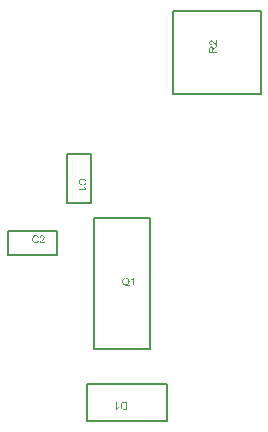
<source format=gbr>
%FSTAX23Y23*%
%MOIN*%
%SFA1B1*%

%IPPOS*%
%ADD11C,0.007874*%
%LNpcb1_top_assembly-1*%
%LPD*%
G36*
X03252Y03955D02*
X03252D01*
X03253*
X03253*
X03254*
X03255Y03955*
X03255*
X03256Y03955*
X03256*
X03257Y03954*
X03257Y03954*
X03258*
Y03953*
X03258*
X03259Y03953*
X03259Y03953*
X03259Y03952*
Y03952*
X0326Y03951*
X0326Y03951*
X03261Y03951*
Y0395*
X03261Y0395*
X03261Y03949*
Y03948*
X03258Y03948*
Y03948*
X03258Y03948*
X03257Y03949*
X03257Y0395*
X03257Y0395*
X03256Y03951*
X03256*
X03255Y03951*
X03255Y03952*
X03255Y03952*
X03254*
X03253Y03953*
X03252*
X03251*
X03251*
X03251*
X0325*
X0325*
X0325*
X03249Y03952*
X03248*
X03247Y03952*
X03247Y03951*
X03246*
Y03951*
X03246*
Y03951*
X03246Y0395*
X03245Y0395*
X03244Y03949*
X03244Y03948*
X03244Y03948*
Y03947*
Y03947*
Y03946*
X03243Y03946*
Y03945*
Y03944*
X03243Y03944*
Y03943*
Y03942*
Y03942*
X03243Y03942*
Y03941*
Y03941*
Y0394*
Y03939*
X03244Y03938*
X03244Y03937*
Y03937*
Y03937*
X03244Y03936*
X03245Y03936*
X03245Y03935*
X03246Y03935*
X03246Y03934*
X03247Y03933*
X03247*
X03248*
X03248Y03933*
X03249Y03933*
X0325*
X0325*
X03251Y03932*
X03251*
Y03933*
X03252*
X03252*
X03253*
X03253*
X03254Y03933*
X03255Y03933*
X03255*
X03255Y03934*
X03256Y03934*
X03256*
Y03935*
X03257*
Y03935*
X03257Y03935*
X03257Y03936*
Y03936*
X03258Y03937*
X03258Y03937*
Y03938*
Y03938*
X03259Y03939*
X03262Y03938*
Y03938*
Y03937*
Y03937*
X03261Y03937*
Y03936*
X03261Y03936*
Y03935*
X03261Y03935*
X0326Y03934*
X0326Y03933*
X03259Y03933*
X03259Y03933*
X03259Y03932*
X03258Y03932*
X03258Y03931*
X03257*
Y03931*
X03257*
X03257Y03931*
X03256*
X03256Y0393*
X03255*
X03255Y0393*
X03254*
X03253*
X03253Y03929*
X03252*
X03251*
X03251*
X03251*
X0325*
X0325*
X0325Y0393*
X03249*
X03248*
X03247Y0393*
X03246*
X03246Y03931*
X03245Y03931*
X03245*
Y03931*
X03244*
X03244Y03932*
X03244Y03932*
X03243Y03933*
X03243*
Y03933*
X03242Y03933*
X03242Y03934*
X03242Y03935*
X03241Y03935*
Y03935*
X03241Y03936*
X0324Y03937*
Y03937*
Y03937*
Y03938*
X0324Y03938*
Y03938*
Y03939*
X0324Y0394*
Y0394*
Y03941*
Y03943*
Y03943*
Y03944*
Y03944*
Y03944*
Y03945*
Y03946*
X0324Y03946*
Y03947*
X0324Y03948*
X03241Y03949*
Y0395*
X03241Y0395*
Y0395*
X03242Y03951*
X03242Y03951*
X03243Y03952*
X03244Y03953*
X03244Y03953*
X03245Y03954*
X03245Y03954*
X03246*
X03246*
X03246Y03955*
X03247*
X03247Y03955*
X03248*
X03248*
X03249Y03955*
X0325*
X03251*
X03252*
G37*
G36*
X03274D02*
X03274Y03955D01*
X03274*
X03275*
X03275*
X03276Y03955*
X03276*
X03277Y03954*
X03277*
X03278Y03954*
X03278Y03953*
X03279Y03953*
X03279*
X03279Y03953*
Y03952*
X0328Y03952*
X0328Y03951*
Y03951*
X03281Y0395*
Y0395*
Y0395*
X03281Y03949*
Y03948*
Y03948*
Y03948*
Y03947*
X03281Y03947*
Y03946*
Y03946*
X0328Y03945*
X0328Y03945*
Y03944*
X03279Y03944*
X03279Y03943*
X03279Y03943*
X03278Y03942*
X03278*
Y03942*
X03277*
Y03941*
X03277Y03941*
X03277*
X03276Y0394*
X03276Y0394*
X03275Y0394*
X03275Y03939*
X03275Y03939*
X03274Y03938*
X03274Y03938*
X03273*
Y03937*
X03273*
X03272Y03937*
X03272Y03937*
X03271Y03936*
X03271Y03935*
X0327*
Y03935*
X0327Y03935*
X0327*
Y03934*
X03269*
Y03934*
X03269Y03933*
X03268Y03933*
X03281*
Y0393*
X03264*
Y0393*
Y03931*
X03264Y03931*
Y03931*
Y03932*
Y03932*
X03265*
Y03933*
X03265Y03933*
Y03934*
X03266Y03934*
X03266Y03935*
X03266Y03935*
X03267*
Y03936*
X03267Y03936*
X03268Y03937*
X03268Y03937*
X03269Y03938*
X0327Y03938*
X03271Y03939*
X03271Y0394*
X03272Y0394*
X03272Y0394*
X03272Y03941*
X03273Y03941*
X03274Y03942*
X03275Y03943*
X03275Y03943*
X03275Y03944*
X03276Y03944*
X03276Y03945*
X03277Y03945*
X03277Y03946*
Y03946*
X03277Y03947*
Y03948*
X03278Y03948*
Y03948*
Y03949*
X03277Y03949*
Y0395*
Y0395*
X03277Y0395*
X03277Y03951*
X03276Y03951*
X03276Y03952*
X03275Y03952*
X03275*
X03274Y03953*
X03274*
X03273*
X03272*
X03272*
X03272*
X03271Y03952*
X0327*
X0327Y03952*
X03269Y03951*
Y03951*
X03269Y03951*
Y0395*
X03268Y0395*
X03268Y03949*
Y03948*
Y03948*
X03265Y03948*
Y03948*
Y03949*
Y03949*
X03265Y0395*
Y0395*
X03266Y03951*
Y03951*
X03266Y03952*
Y03952*
X03266Y03953*
X03267Y03953*
X03267Y03953*
X03268*
Y03954*
X03268*
X03268Y03954*
X03269*
X03269Y03955*
X0327*
X0327Y03955*
X03271*
X03271*
X03272*
X03272Y03955*
X03273*
X03274*
G37*
G36*
X03855Y04588D02*
D01*
X03854*
X03854*
X03853Y04588*
X03853*
X03853*
X03852*
Y04589*
X03852*
X03851*
X03851Y04589*
X0385Y0459*
X0385Y0459*
X03849Y0459*
Y04591*
X03849*
X03848Y04591*
X03848Y04592*
X03848Y04592*
X03847Y04593*
X03846Y04594*
X03845Y04595*
X03845Y04595*
X03844Y04596*
X03844Y04596*
X03844Y04596*
X03843Y04597*
X03842Y04598*
X03842Y04599*
X03841Y04599*
X0384Y046*
X0384Y046*
X0384Y046*
X03839Y04601*
X03838Y04601*
X03838*
X03837Y04601*
X03837*
X03837Y04602*
X03836*
X03836Y04601*
X03835*
X03835*
X03835*
X03834Y04601*
X03833Y04601*
X03833Y046*
X03833Y046*
X03832Y046*
Y04599*
X03832Y04598*
Y04598*
Y04597*
Y04596*
Y04596*
Y04596*
X03832Y04595*
Y04594*
X03833Y04594*
X03833Y04593*
X03833*
X03834Y04593*
X03834*
X03835Y04592*
X03835Y04592*
X03836*
X03837*
X03837Y04589*
X03836*
X03836*
X03835*
X03835Y04589*
X03835*
X03834Y0459*
X03833*
X03833Y0459*
X03832*
X03832Y0459*
X03831Y04591*
X03831Y04591*
Y04592*
X03831*
Y04592*
X0383Y04592*
Y04593*
X0383Y04593*
Y04594*
X03829Y04594*
Y04594*
Y04595*
Y04596*
X03829Y04596*
Y04597*
Y04598*
X03829Y04598*
Y04598*
Y04599*
Y04599*
X0383Y046*
Y046*
X0383Y04601*
Y04601*
X03831Y04602*
X03831Y04602*
X03831Y04603*
Y04603*
X03832*
X03832Y04603*
X03833Y04604*
X03833*
X03833Y04604*
X03834Y04605*
X03835*
X03835*
X03836Y04605*
X03836*
X03837*
X03837*
X03837Y04605*
X03838*
X03838*
X03838*
X03839Y04604*
X0384Y04604*
X0384*
X0384Y04603*
X03841Y04603*
X03842Y04603*
X03842Y04602*
Y04602*
X03843*
Y04601*
X03843*
X03844Y04601*
Y04601*
X03844Y046*
X03844Y046*
X03845Y046*
X03845Y04599*
X03846Y04599*
X03846Y04598*
X03847Y04598*
Y04597*
X03847Y04597*
X03848Y04596*
X03848Y04596*
X03848Y04595*
X03849Y04595*
Y04594*
X0385*
X0385Y04594*
Y04594*
X0385*
Y04593*
X03851*
X03851Y04593*
X03851Y04592*
Y04605*
X03855*
Y04588*
G37*
G36*
Y04583D02*
X03849Y04579D01*
X03849*
X03848Y04579*
X03848Y04578*
X03848Y04578*
X03847Y04577*
X03846Y04577*
X03846Y04577*
X03846*
Y04576*
X03845*
X03845Y04576*
Y04575*
X03844*
X03844Y04575*
Y04575*
X03844Y04574*
Y04574*
X03843Y04573*
Y04573*
Y04572*
Y04568*
X03855*
Y04564*
X03829*
Y04576*
Y04577*
Y04577*
Y04577*
Y04578*
Y04579*
X0383Y0458*
Y04581*
Y04581*
X0383*
Y04581*
X03831Y04582*
X03831Y04582*
X03831Y04583*
X03832Y04583*
X03833Y04584*
X03833Y04584*
X03833*
X03834Y04585*
X03835*
X03835*
X03836*
X03837*
X03837*
X03837*
X03838*
X03838Y04584*
X03839*
X0384Y04584*
X0384Y04583*
X0384*
X03841Y04583*
Y04583*
X03841*
Y04582*
X03842Y04582*
X03842Y04581*
Y04581*
X03842Y04581*
Y0458*
X03843Y04579*
Y04579*
Y04578*
X03843Y04577*
Y04578*
X03844Y04578*
X03844Y04579*
Y04579*
X03844*
Y0458*
X03845Y0458*
X03845Y04581*
X03846Y04581*
X03846Y04581*
X03847Y04582*
X03848Y04582*
X03855Y04587*
Y04583*
G37*
G36*
X03555Y03374D02*
X03545D01*
X03545*
X03544*
X03544*
X03543*
X03542Y03375*
X03541*
X03541*
X0354Y03375*
X0354*
X0354Y03375*
X03539*
X03538Y03376*
X03538Y03377*
X03537*
Y03377*
X03537*
Y03377*
X03537*
X03536Y03378*
X03536Y03379*
X03535Y0338*
X03535Y03381*
Y03381*
Y03381*
X03534Y03382*
Y03382*
Y03383*
Y03383*
Y03383*
X03534Y03384*
Y03385*
Y03386*
Y03387*
Y03387*
Y03388*
Y03388*
Y03388*
Y03389*
Y0339*
X03534Y03391*
Y03392*
X03535*
Y03392*
Y03393*
X03535Y03393*
Y03394*
X03535Y03394*
X03536Y03395*
X03536Y03396*
Y03396*
X03537*
X03537Y03396*
Y03397*
X03537Y03397*
X03538Y03398*
X03538Y03398*
X03539Y03398*
X03539*
X0354*
X0354Y03399*
X03541Y03399*
X03541*
X03542*
X03542*
X03542*
X03543Y034*
X03544*
X03545*
X03546*
X03555*
Y03374*
G37*
G36*
X03522Y0338D02*
X03522D01*
X03522Y0338*
Y03381*
X03523*
X03524Y03381*
X03524Y03381*
X03525Y03382*
Y03382*
X03525*
X03525*
X03526Y03383*
X03526Y03383*
X03527*
X03527Y03383*
X03528*
Y03381*
Y0338*
X03527*
X03527*
X03526Y0338*
X03526Y03379*
X03525Y03379*
X03524Y03378*
X03524Y03377*
X03523*
X03523Y03377*
X03522Y03377*
X03522Y03376*
X03522Y03375*
X03521Y03375*
X03521Y03374*
X03519*
Y034*
X03522*
Y0338*
G37*
G36*
X03409Y04144D02*
D01*
X03409*
X0341*
X0341*
X03411*
X03411Y04144*
X03412*
X03413Y04144*
X03414Y04143*
X03414*
Y04143*
X03415*
X03415*
Y04142*
X03416*
X03416Y04142*
X03416*
X03417Y04141*
X03418Y0414*
X03418Y0414*
X03419Y04139*
X03419Y04139*
Y04138*
Y04138*
X0342*
Y04138*
Y04137*
X0342Y04137*
Y04137*
Y04136*
X0342Y04135*
Y04134*
X03421Y04133*
Y04132*
X0342Y04132*
Y04131*
Y04131*
Y0413*
X0342Y04129*
Y04129*
X0342Y04128*
Y04128*
X03419Y04127*
X03419Y04127*
Y04126*
X03418*
Y04126*
X03418Y04125*
X03418Y04125*
X03417Y04125*
X03417Y04124*
X03416*
X03416Y04124*
X03416Y04124*
X03415Y04123*
X03414*
X03414Y04123*
X03413*
X03412Y04126*
X03413*
X03413Y04126*
X03414Y04127*
X03414Y04127*
X03415Y04127*
X03416Y04128*
Y04128*
X03416*
Y04129*
X03417*
Y04129*
X03417Y04129*
Y0413*
X03418Y04131*
Y04132*
Y04133*
Y04133*
Y04133*
Y04134*
Y04134*
Y04135*
X03417Y04135*
Y04136*
X03417Y04137*
X03416Y04137*
Y04138*
X03416*
X03416Y04138*
X03415Y04138*
X03415Y04139*
X03414Y0414*
X03413Y0414*
X03412Y0414*
X03412*
X03412*
X03411*
X03411Y04141*
X03411*
X03409*
X03409*
X03408Y04141*
X03407*
X03407Y04141*
X03407*
X03406*
X03406*
X03405*
X03404*
X03403Y0414*
X03402Y0414*
X03402*
X03401Y0414*
X03401Y04139*
X034Y04139*
X034Y04138*
X03399Y04138*
X03399Y04137*
X03398*
Y04137*
Y04137*
X03398Y04136*
X03398Y04135*
Y04135*
Y04134*
Y04133*
Y04133*
Y04132*
Y04132*
Y04131*
X03398Y04131*
Y0413*
X03398Y04129*
Y04129*
X03399Y04129*
X03399Y04128*
Y04128*
X034*
Y04127*
X034*
X034Y04127*
X03401Y04127*
X03401Y04126*
X03401*
X03402Y04126*
X03403*
X03403Y04125*
X03404*
X03403Y04122*
X03403*
X03402*
X03402*
X03401Y04123*
X03401*
X03401Y04123*
X034*
X034Y04124*
X03399Y04124*
X03399Y04124*
X03398Y04125*
X03398Y04125*
X03397Y04125*
X03397Y04126*
X03396Y04126*
X03396Y04127*
Y04127*
Y04127*
X03396Y04128*
X03395Y04128*
Y04129*
Y04129*
X03395Y0413*
Y04131*
Y04131*
X03394Y04132*
Y04133*
Y04133*
Y04133*
Y04134*
X03395Y04134*
Y04135*
Y04135*
Y04136*
X03395Y04137*
X03396Y04138*
Y04138*
X03396Y04139*
Y04139*
X03396*
Y0414*
X03397Y0414*
X03397Y0414*
X03398Y04141*
Y04141*
X03398*
X03398Y04142*
X03399Y04142*
X034Y04142*
X034Y04143*
X034*
X03401Y04143*
X03401*
X03402Y04144*
X03402*
X03403*
X03403Y04144*
X03403*
X03404*
X03405Y04144*
X03405*
X03407*
X03408*
X03408*
X03409*
G37*
G36*
X03414Y04117D02*
D01*
Y04116*
X03414Y04116*
X03415Y04115*
X03415Y04115*
X03416Y04114*
X03416Y04113*
X03417Y04112*
X03417Y04112*
X03418Y04112*
X03418Y04111*
X03418Y04111*
X03419Y04111*
X0342Y0411*
X0342Y0411*
Y04108*
X03395*
Y04111*
X03414*
X03414Y04111*
Y04112*
X03414Y04112*
X03413Y04112*
X03413Y04113*
X03412Y04114*
Y04114*
X03412Y04114*
Y04115*
X03412Y04115*
X03411Y04116*
Y04116*
X03411Y04117*
X03414*
G37*
G36*
X03579Y03789D02*
X03575D01*
Y03809*
X03575*
Y03808*
X03575*
X03574Y03808*
X03574Y03807*
X03573Y03807*
X03572Y03807*
X03572Y03806*
X03572*
X03571Y03806*
X0357Y03805*
X0357*
X03569Y03805*
Y03808*
X0357*
X0357*
Y03809*
X03571Y03809*
X03572Y03809*
X03572Y0381*
X03573Y03811*
X03574Y03811*
Y03811*
X03574Y03812*
X03575Y03812*
X03575Y03812*
X03576Y03813*
X03576Y03814*
X03577Y03814*
X03579*
Y03789*
G37*
G36*
X03552Y03814D02*
X03553D01*
X03553*
X03554*
X03555*
X03556Y03814*
X03556Y03814*
X03557*
X03557Y03813*
X03558Y03813*
X03558*
X03559Y03812*
X03559*
Y03812*
X03559Y03812*
X0356Y03811*
X0356*
X03561Y03811*
X03561Y03811*
X03561Y0381*
X03562Y03809*
X03562Y03808*
X03562Y03808*
Y03807*
X03563Y03807*
Y03807*
Y03806*
X03563Y03805*
Y03805*
Y03804*
X03564Y03803*
Y03802*
Y03801*
Y03801*
Y03801*
Y038*
Y038*
X03563Y03799*
Y03798*
X03563Y03797*
X03562Y03796*
Y03796*
X03562Y03795*
Y03794*
X03562Y03794*
X03561Y03793*
X03561Y03792*
X0356Y03792*
X0356*
X03561Y03791*
X03561Y03791*
X03562Y0379*
X03562Y0379*
X03563Y0379*
X03564Y03789*
X03563Y03787*
X03563*
Y03787*
X03562*
X03562Y03788*
X03562*
X03561*
X03561Y03788*
X0356Y03789*
X03559Y03789*
X03558Y0379*
X03557*
X03557Y0379*
X03557*
X03556*
X03556Y03789*
X03555*
X03555*
X03555Y03789*
X03554*
X03553Y03788*
X03552*
X03551*
X03551*
X03551*
X0355Y03789*
X0355*
X0355*
X03548*
X03548Y03789*
X03547Y0379*
X03546*
X03546Y0379*
X03545*
Y0379*
X03545*
Y03791*
X03544*
X03544Y03791*
X03544*
X03543Y03792*
Y03792*
X03543Y03792*
X03542Y03793*
X03542Y03793*
X03542Y03794*
X03541Y03795*
Y03795*
Y03796*
X0354Y03796*
Y03796*
Y03797*
X0354Y03797*
Y03798*
X0354Y03798*
Y03799*
Y038*
Y03801*
Y03801*
Y03802*
Y03802*
Y03803*
Y03803*
Y03803*
Y03804*
Y03804*
X0354Y03805*
Y03806*
X0354Y03807*
X03541Y03808*
Y03809*
X03541*
Y03809*
X03542*
Y03809*
X03542Y0381*
Y0381*
X03543Y03811*
X03544Y03812*
X03544Y03812*
X03545Y03813*
X03545*
Y03813*
X03546*
X03546*
X03546Y03814*
X03547*
X03547Y03814*
X03548*
X03548*
X03549Y03814*
X03549*
X0355*
X03551*
X03551Y03815*
X03552*
X03552Y03814*
G37*
%LNpcb1_top_assembly-2*%
%LPC*%
G36*
X03836Y04581D02*
D01*
X03836*
Y04581*
X03835*
X03835*
X03834Y04581*
X03834Y0458*
X03833Y0458*
X03833*
Y04579*
X03833Y04579*
Y04579*
Y04578*
X03832Y04578*
Y04577*
Y04577*
Y04577*
Y04576*
Y04568*
X0384*
Y04575*
Y04576*
Y04576*
Y04577*
X0384Y04577*
Y04578*
Y04579*
X0384Y04579*
Y04579*
X03839Y0458*
X03839Y0458*
X03838Y04581*
X03838*
X03838Y04581*
X03837*
X03837*
X03837Y04581*
X03836*
G37*
G36*
X03551Y03396D02*
X03545D01*
X03545*
X03544*
X03544*
X03543*
X03542*
X03542Y03396*
X03542*
X03541*
Y03396*
X03541*
X0354Y03395*
X0354*
X0354Y03395*
X03539Y03394*
X03539Y03394*
X03538Y03394*
Y03393*
X03538Y03392*
X03538Y03392*
Y03391*
Y03391*
X03537Y0339*
Y0339*
Y0339*
Y03389*
Y03388*
X03537Y03387*
Y03387*
X03537Y03386*
Y03386*
Y03385*
Y03385*
Y03385*
Y03383*
X03538Y03383*
X03538Y03381*
Y03381*
X03538Y03381*
Y0338*
X03539Y0338*
X03539Y03379*
X0354Y03379*
X0354Y03379*
X03541Y03378*
X03541Y03378*
X03542*
X03542*
Y03377*
X03542*
X03543*
X03543*
X03544*
X03544*
X03544*
X03545*
X03545*
X03551*
Y03396*
G37*
G36*
X03551Y03812D02*
X03551D01*
X03551*
X0355*
X0355*
X0355Y03811*
X03549*
X03548*
X03548Y03811*
X03548Y03811*
X03547*
X03546Y0381*
X03546Y0381*
X03546Y03809*
X03545*
Y03809*
Y03809*
X03545*
Y03808*
X03544Y03808*
X03544Y03807*
Y03807*
X03544Y03806*
Y03806*
X03543Y03805*
Y03804*
Y03803*
X03543Y03803*
Y03801*
Y03801*
Y03801*
X03543Y038*
Y038*
Y038*
Y03799*
Y03798*
X03544Y03798*
Y03797*
X03544Y03796*
X03544Y03796*
X03545Y03795*
Y03795*
X03546Y03794*
X03546Y03794*
X03546Y03793*
X03547Y03793*
X03547*
X03548Y03792*
X03548*
X03548Y03792*
X03549*
X0355Y03792*
X0355*
X03551*
X03551*
X03552*
X03552*
X03553*
X03553*
X03554*
X03554Y03792*
X03555*
X03555Y03792*
X03554*
X03554Y03793*
X03553*
X03553Y03793*
X03552*
X03551Y03794*
X03553Y03796*
X03553*
Y03796*
X03553*
X03554*
X03554Y03795*
X03555*
X03556Y03795*
X03557Y03794*
X03557Y03794*
Y03794*
X03558*
Y03794*
X03558Y03795*
X03559Y03795*
Y03796*
X03559Y03796*
X03559Y03797*
Y03798*
X0356Y03798*
Y03799*
X0356Y038*
Y03801*
Y03801*
Y03802*
Y03802*
Y03803*
Y03803*
Y03803*
X0356Y03804*
Y03805*
X03559Y03806*
X03559Y03807*
Y03807*
X03559Y03808*
X03558Y03808*
X03558Y03809*
X03557Y03809*
X03557Y0381*
X03556Y03811*
X03556*
X03555Y03811*
X03555*
X03555Y03811*
X03554*
X03553Y03812*
X03553*
X03551*
G37*
%LNpcb1_top_assembly-3*%
%LPD*%
G54D11*
X03157Y0389D02*
Y03969D01*
Y0389D02*
X03322D01*
Y03969*
X03157D02*
X03322D01*
X03708Y04426D02*
X04001D01*
Y04703*
X03708D02*
X04001D01*
X03708Y04426D02*
Y04703D01*
X03687Y03338D02*
Y03461D01*
X03423D02*
X03687D01*
X03423Y03338D02*
Y03461D01*
Y03338D02*
X03687D01*
X03355Y04227D02*
X03434D01*
X03355Y04062D02*
Y04227D01*
Y04062D02*
X03434D01*
Y04227*
X03446Y03576D02*
Y04013D01*
Y03576D02*
X03633D01*
Y04013*
X03446D02*
X03633D01*
M02*
</source>
